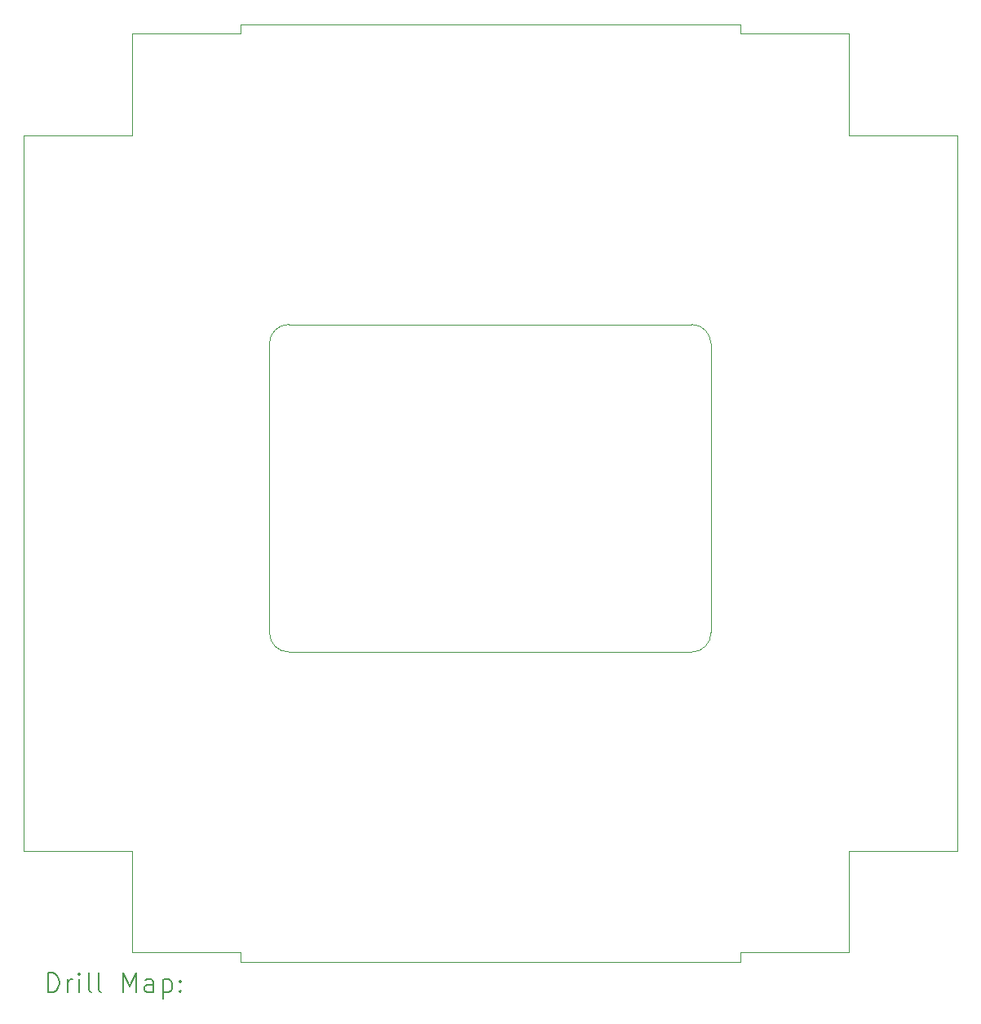
<source format=gbr>
%FSLAX45Y45*%
G04 Gerber Fmt 4.5, Leading zero omitted, Abs format (unit mm)*
G04 Created by KiCad (PCBNEW (6.0.5)) date 2023-05-08 02:29:26*
%MOMM*%
%LPD*%
G01*
G04 APERTURE LIST*
%TA.AperFunction,Profile*%
%ADD10C,0.050000*%
%TD*%
%TA.AperFunction,Profile*%
%ADD11C,0.100000*%
%TD*%
%ADD12C,0.200000*%
G04 APERTURE END LIST*
D10*
X15938800Y-14068320D02*
X15938800Y-14168320D01*
X10751600Y-14068320D02*
X9624200Y-14068320D01*
D11*
X11249000Y-7551002D02*
G75*
G03*
X11048772Y-7751679I450J-200678D01*
G01*
D10*
X18193600Y-13016760D02*
X18193800Y-5587000D01*
X10751600Y-14168320D02*
X10751600Y-14068320D01*
D11*
X15433452Y-10952000D02*
X11249679Y-10951000D01*
D10*
X18193800Y-5587000D02*
X17066400Y-5587000D01*
X17066200Y-14068320D02*
X17066200Y-13016760D01*
X8497000Y-5587000D02*
X8496800Y-13016760D01*
D11*
X11049001Y-10750772D02*
G75*
G03*
X11249679Y-10951000I200679J452D01*
G01*
D10*
X9624400Y-5587000D02*
X9624400Y-4535440D01*
D11*
X11249000Y-7551000D02*
X15432000Y-7551320D01*
X11048772Y-7751679D02*
X11049000Y-10750772D01*
D10*
X18193600Y-13016760D02*
X17066200Y-13016760D01*
X10751800Y-4535440D02*
X10751800Y-4435440D01*
X17066400Y-4535440D02*
X15939000Y-4535440D01*
D11*
X15632679Y-7751548D02*
X15633680Y-10751321D01*
X15433452Y-10952000D02*
G75*
G03*
X15633680Y-10751321I-452J200680D01*
G01*
D10*
X17066400Y-5587000D02*
X17066400Y-4535440D01*
X10751800Y-4535440D02*
X9624400Y-4535440D01*
X15938800Y-14168320D02*
X10751600Y-14168320D01*
X15939000Y-4435440D02*
X15939000Y-4535440D01*
X15939000Y-4435440D02*
X10751800Y-4435440D01*
X9624200Y-13016760D02*
X8496800Y-13016760D01*
X17066200Y-14068320D02*
X15938800Y-14068320D01*
X9624200Y-14068320D02*
X9624200Y-13016760D01*
X9624400Y-5587000D02*
X8497000Y-5587000D01*
D11*
X15632679Y-7751548D02*
G75*
G03*
X15432000Y-7551320I-200680J-452D01*
G01*
D12*
X8751919Y-14481296D02*
X8751919Y-14281296D01*
X8799538Y-14281296D01*
X8828110Y-14290820D01*
X8847157Y-14309868D01*
X8856681Y-14328915D01*
X8866205Y-14367010D01*
X8866205Y-14395582D01*
X8856681Y-14433677D01*
X8847157Y-14452725D01*
X8828110Y-14471772D01*
X8799538Y-14481296D01*
X8751919Y-14481296D01*
X8951919Y-14481296D02*
X8951919Y-14347963D01*
X8951919Y-14386058D02*
X8961443Y-14367010D01*
X8970967Y-14357487D01*
X8990014Y-14347963D01*
X9009062Y-14347963D01*
X9075729Y-14481296D02*
X9075729Y-14347963D01*
X9075729Y-14281296D02*
X9066205Y-14290820D01*
X9075729Y-14300344D01*
X9085252Y-14290820D01*
X9075729Y-14281296D01*
X9075729Y-14300344D01*
X9199538Y-14481296D02*
X9180490Y-14471772D01*
X9170967Y-14452725D01*
X9170967Y-14281296D01*
X9304300Y-14481296D02*
X9285252Y-14471772D01*
X9275729Y-14452725D01*
X9275729Y-14281296D01*
X9532871Y-14481296D02*
X9532871Y-14281296D01*
X9599538Y-14424153D01*
X9666205Y-14281296D01*
X9666205Y-14481296D01*
X9847157Y-14481296D02*
X9847157Y-14376534D01*
X9837633Y-14357487D01*
X9818586Y-14347963D01*
X9780490Y-14347963D01*
X9761443Y-14357487D01*
X9847157Y-14471772D02*
X9828110Y-14481296D01*
X9780490Y-14481296D01*
X9761443Y-14471772D01*
X9751919Y-14452725D01*
X9751919Y-14433677D01*
X9761443Y-14414629D01*
X9780490Y-14405106D01*
X9828110Y-14405106D01*
X9847157Y-14395582D01*
X9942395Y-14347963D02*
X9942395Y-14547963D01*
X9942395Y-14357487D02*
X9961443Y-14347963D01*
X9999538Y-14347963D01*
X10018586Y-14357487D01*
X10028110Y-14367010D01*
X10037633Y-14386058D01*
X10037633Y-14443201D01*
X10028110Y-14462248D01*
X10018586Y-14471772D01*
X9999538Y-14481296D01*
X9961443Y-14481296D01*
X9942395Y-14471772D01*
X10123348Y-14462248D02*
X10132871Y-14471772D01*
X10123348Y-14481296D01*
X10113824Y-14471772D01*
X10123348Y-14462248D01*
X10123348Y-14481296D01*
X10123348Y-14357487D02*
X10132871Y-14367010D01*
X10123348Y-14376534D01*
X10113824Y-14367010D01*
X10123348Y-14357487D01*
X10123348Y-14376534D01*
M02*

</source>
